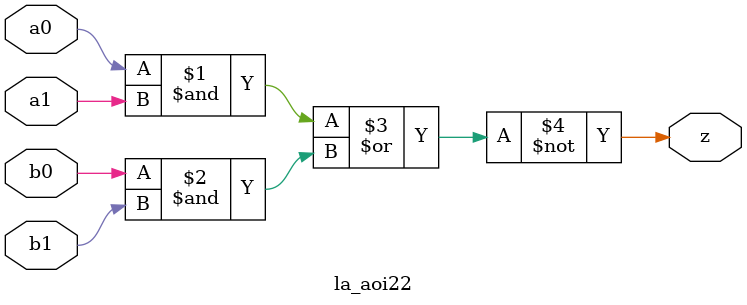
<source format=v>


module la_aoi22 #(
    parameter PROP = "DEFAULT"
) (
    input  a0,
    input  a1,
    input  b0,
    input  b1,
    output z
);

    assign z = ~((a0 & a1) | (b0 & b1));

endmodule

</source>
